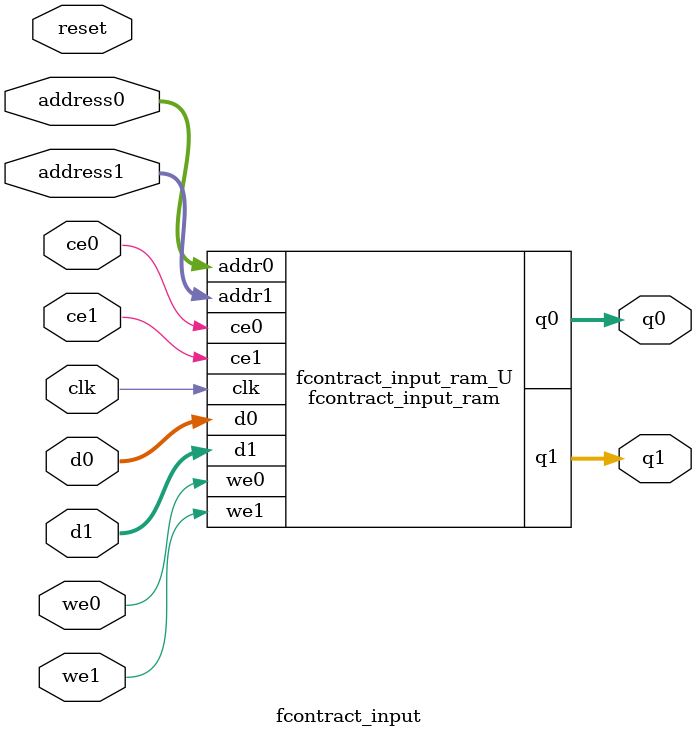
<source format=v>

`timescale 1 ns / 1 ps
module fcontract_input_ram (addr0, ce0, d0, we0, q0, addr1, ce1, d1, we1, q1,  clk);

parameter DWIDTH = 32;
parameter AWIDTH = 4;
parameter MEM_SIZE = 10;

input[AWIDTH-1:0] addr0;
input ce0;
input[DWIDTH-1:0] d0;
input we0;
output reg[DWIDTH-1:0] q0;
input[AWIDTH-1:0] addr1;
input ce1;
input[DWIDTH-1:0] d1;
input we1;
output reg[DWIDTH-1:0] q1;
input clk;

(* ram_style = "block" *)reg [DWIDTH-1:0] ram[0:MEM_SIZE-1];




always @(posedge clk)  
begin 
    if (ce0) 
    begin
        if (we0) 
        begin 
            ram[addr0] <= d0; 
            q0 <= d0;
        end 
        else 
            q0 <= ram[addr0];
    end
end


always @(posedge clk)  
begin 
    if (ce1) 
    begin
        if (we1) 
        begin 
            ram[addr1] <= d1; 
            q1 <= d1;
        end 
        else 
            q1 <= ram[addr1];
    end
end


endmodule


`timescale 1 ns / 1 ps
module fcontract_input(
    reset,
    clk,
    address0,
    ce0,
    we0,
    d0,
    q0,
    address1,
    ce1,
    we1,
    d1,
    q1);

parameter DataWidth = 32'd32;
parameter AddressRange = 32'd10;
parameter AddressWidth = 32'd4;
input reset;
input clk;
input[AddressWidth - 1:0] address0;
input ce0;
input we0;
input[DataWidth - 1:0] d0;
output[DataWidth - 1:0] q0;
input[AddressWidth - 1:0] address1;
input ce1;
input we1;
input[DataWidth - 1:0] d1;
output[DataWidth - 1:0] q1;



fcontract_input_ram fcontract_input_ram_U(
    .clk( clk ),
    .addr0( address0 ),
    .ce0( ce0 ),
    .d0( d0 ),
    .we0( we0 ),
    .q0( q0 ),
    .addr1( address1 ),
    .ce1( ce1 ),
    .d1( d1 ),
    .we1( we1 ),
    .q1( q1 ));

endmodule


</source>
